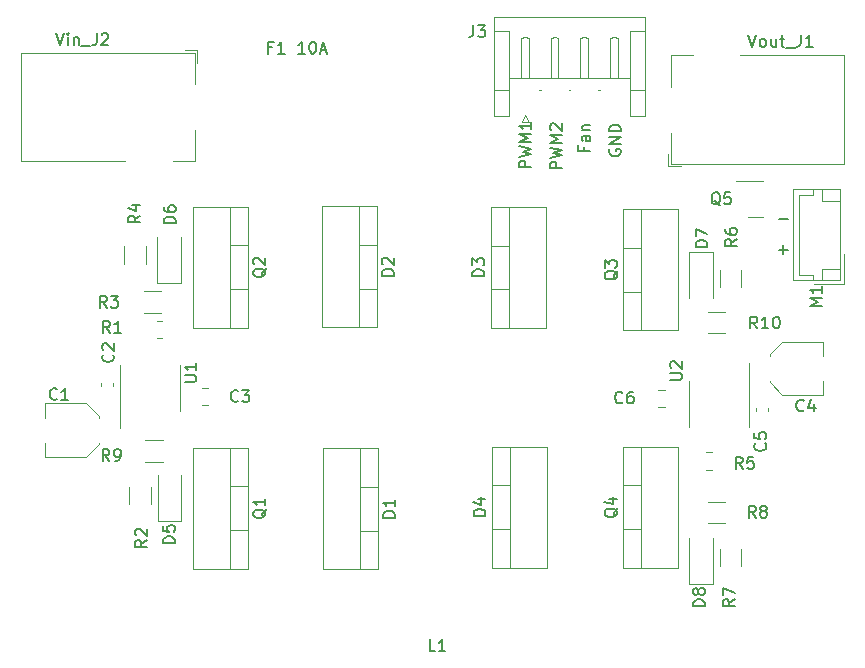
<source format=gbr>
%TF.GenerationSoftware,KiCad,Pcbnew,(6.0.1)*%
%TF.CreationDate,2022-05-20T18:23:43-05:00*%
%TF.ProjectId,BookSensitizer,426f6f6b-5365-46e7-9369-74697a65722e,rev?*%
%TF.SameCoordinates,Original*%
%TF.FileFunction,Legend,Top*%
%TF.FilePolarity,Positive*%
%FSLAX46Y46*%
G04 Gerber Fmt 4.6, Leading zero omitted, Abs format (unit mm)*
G04 Created by KiCad (PCBNEW (6.0.1)) date 2022-05-20 18:23:43*
%MOMM*%
%LPD*%
G01*
G04 APERTURE LIST*
%ADD10C,0.150000*%
%ADD11C,0.120000*%
G04 APERTURE END LIST*
D10*
X100911800Y-56715904D02*
X100864180Y-56811142D01*
X100864180Y-56954000D01*
X100911800Y-57096857D01*
X101007038Y-57192095D01*
X101102276Y-57239714D01*
X101292752Y-57287333D01*
X101435609Y-57287333D01*
X101626085Y-57239714D01*
X101721323Y-57192095D01*
X101816561Y-57096857D01*
X101864180Y-56954000D01*
X101864180Y-56858761D01*
X101816561Y-56715904D01*
X101768942Y-56668285D01*
X101435609Y-56668285D01*
X101435609Y-56858761D01*
X101864180Y-56239714D02*
X100864180Y-56239714D01*
X101864180Y-55668285D01*
X100864180Y-55668285D01*
X101864180Y-55192095D02*
X100864180Y-55192095D01*
X100864180Y-54954000D01*
X100911800Y-54811142D01*
X101007038Y-54715904D01*
X101102276Y-54668285D01*
X101292752Y-54620666D01*
X101435609Y-54620666D01*
X101626085Y-54668285D01*
X101721323Y-54715904D01*
X101816561Y-54811142D01*
X101864180Y-54954000D01*
X101864180Y-55192095D01*
X98740371Y-56515904D02*
X98740371Y-56849238D01*
X99264180Y-56849238D02*
X98264180Y-56849238D01*
X98264180Y-56373047D01*
X99264180Y-55563523D02*
X98740371Y-55563523D01*
X98645133Y-55611142D01*
X98597514Y-55706380D01*
X98597514Y-55896857D01*
X98645133Y-55992095D01*
X99216561Y-55563523D02*
X99264180Y-55658761D01*
X99264180Y-55896857D01*
X99216561Y-55992095D01*
X99121323Y-56039714D01*
X99026085Y-56039714D01*
X98930847Y-55992095D01*
X98883228Y-55896857D01*
X98883228Y-55658761D01*
X98835609Y-55563523D01*
X98597514Y-55087333D02*
X99264180Y-55087333D01*
X98692752Y-55087333D02*
X98645133Y-55039714D01*
X98597514Y-54944476D01*
X98597514Y-54801619D01*
X98645133Y-54706380D01*
X98740371Y-54658761D01*
X99264180Y-54658761D01*
X115230847Y-62625428D02*
X115992752Y-62625428D01*
X96864180Y-58334952D02*
X95864180Y-58334952D01*
X95864180Y-57954000D01*
X95911800Y-57858761D01*
X95959419Y-57811142D01*
X96054657Y-57763523D01*
X96197514Y-57763523D01*
X96292752Y-57811142D01*
X96340371Y-57858761D01*
X96387990Y-57954000D01*
X96387990Y-58334952D01*
X95864180Y-57430190D02*
X96864180Y-57192095D01*
X96149895Y-57001619D01*
X96864180Y-56811142D01*
X95864180Y-56573047D01*
X96864180Y-56192095D02*
X95864180Y-56192095D01*
X96578466Y-55858761D01*
X95864180Y-55525428D01*
X96864180Y-55525428D01*
X95959419Y-55096857D02*
X95911800Y-55049238D01*
X95864180Y-54954000D01*
X95864180Y-54715904D01*
X95911800Y-54620666D01*
X95959419Y-54573047D01*
X96054657Y-54525428D01*
X96149895Y-54525428D01*
X96292752Y-54573047D01*
X96864180Y-55144476D01*
X96864180Y-54525428D01*
X115230847Y-65225428D02*
X115992752Y-65225428D01*
X115611800Y-65606380D02*
X115611800Y-64844476D01*
X94264180Y-58234952D02*
X93264180Y-58234952D01*
X93264180Y-57854000D01*
X93311800Y-57758761D01*
X93359419Y-57711142D01*
X93454657Y-57663523D01*
X93597514Y-57663523D01*
X93692752Y-57711142D01*
X93740371Y-57758761D01*
X93787990Y-57854000D01*
X93787990Y-58234952D01*
X93264180Y-57330190D02*
X94264180Y-57092095D01*
X93549895Y-56901619D01*
X94264180Y-56711142D01*
X93264180Y-56473047D01*
X94264180Y-56092095D02*
X93264180Y-56092095D01*
X93978466Y-55758761D01*
X93264180Y-55425428D01*
X94264180Y-55425428D01*
X94264180Y-54425428D02*
X94264180Y-54996857D01*
X94264180Y-54711142D02*
X93264180Y-54711142D01*
X93407038Y-54806380D01*
X93502276Y-54901619D01*
X93549895Y-54996857D01*
%TO.C,D1*%
X82734180Y-87902095D02*
X81734180Y-87902095D01*
X81734180Y-87664000D01*
X81781800Y-87521142D01*
X81877038Y-87425904D01*
X81972276Y-87378285D01*
X82162752Y-87330666D01*
X82305609Y-87330666D01*
X82496085Y-87378285D01*
X82591323Y-87425904D01*
X82686561Y-87521142D01*
X82734180Y-87664000D01*
X82734180Y-87902095D01*
X82734180Y-86378285D02*
X82734180Y-86949714D01*
X82734180Y-86664000D02*
X81734180Y-86664000D01*
X81877038Y-86759238D01*
X81972276Y-86854476D01*
X82019895Y-86949714D01*
%TO.C,C2*%
X58851742Y-74098466D02*
X58899361Y-74146085D01*
X58946980Y-74288942D01*
X58946980Y-74384180D01*
X58899361Y-74527038D01*
X58804123Y-74622276D01*
X58708885Y-74669895D01*
X58518409Y-74717514D01*
X58375552Y-74717514D01*
X58185076Y-74669895D01*
X58089838Y-74622276D01*
X57994600Y-74527038D01*
X57946980Y-74384180D01*
X57946980Y-74288942D01*
X57994600Y-74146085D01*
X58042219Y-74098466D01*
X58042219Y-73717514D02*
X57994600Y-73669895D01*
X57946980Y-73574657D01*
X57946980Y-73336561D01*
X57994600Y-73241323D01*
X58042219Y-73193704D01*
X58137457Y-73146085D01*
X58232695Y-73146085D01*
X58375552Y-73193704D01*
X58946980Y-73765133D01*
X58946980Y-73146085D01*
%TO.C,D8*%
X108989180Y-95392095D02*
X107989180Y-95392095D01*
X107989180Y-95154000D01*
X108036800Y-95011142D01*
X108132038Y-94915904D01*
X108227276Y-94868285D01*
X108417752Y-94820666D01*
X108560609Y-94820666D01*
X108751085Y-94868285D01*
X108846323Y-94915904D01*
X108941561Y-95011142D01*
X108989180Y-95154000D01*
X108989180Y-95392095D01*
X108417752Y-94249238D02*
X108370133Y-94344476D01*
X108322514Y-94392095D01*
X108227276Y-94439714D01*
X108179657Y-94439714D01*
X108084419Y-94392095D01*
X108036800Y-94344476D01*
X107989180Y-94249238D01*
X107989180Y-94058761D01*
X108036800Y-93963523D01*
X108084419Y-93915904D01*
X108179657Y-93868285D01*
X108227276Y-93868285D01*
X108322514Y-93915904D01*
X108370133Y-93963523D01*
X108417752Y-94058761D01*
X108417752Y-94249238D01*
X108465371Y-94344476D01*
X108512990Y-94392095D01*
X108608228Y-94439714D01*
X108798704Y-94439714D01*
X108893942Y-94392095D01*
X108941561Y-94344476D01*
X108989180Y-94249238D01*
X108989180Y-94058761D01*
X108941561Y-93963523D01*
X108893942Y-93915904D01*
X108798704Y-93868285D01*
X108608228Y-93868285D01*
X108512990Y-93915904D01*
X108465371Y-93963523D01*
X108417752Y-94058761D01*
%TO.C,U2*%
X106037180Y-76236704D02*
X106846704Y-76236704D01*
X106941942Y-76189085D01*
X106989561Y-76141466D01*
X107037180Y-76046228D01*
X107037180Y-75855752D01*
X106989561Y-75760514D01*
X106941942Y-75712895D01*
X106846704Y-75665276D01*
X106037180Y-75665276D01*
X106132419Y-75236704D02*
X106084800Y-75189085D01*
X106037180Y-75093847D01*
X106037180Y-74855752D01*
X106084800Y-74760514D01*
X106132419Y-74712895D01*
X106227657Y-74665276D01*
X106322895Y-74665276D01*
X106465752Y-74712895D01*
X107037180Y-75284323D01*
X107037180Y-74665276D01*
%TO.C,D6*%
X64164180Y-62992095D02*
X63164180Y-62992095D01*
X63164180Y-62754000D01*
X63211800Y-62611142D01*
X63307038Y-62515904D01*
X63402276Y-62468285D01*
X63592752Y-62420666D01*
X63735609Y-62420666D01*
X63926085Y-62468285D01*
X64021323Y-62515904D01*
X64116561Y-62611142D01*
X64164180Y-62754000D01*
X64164180Y-62992095D01*
X63164180Y-61563523D02*
X63164180Y-61754000D01*
X63211800Y-61849238D01*
X63259419Y-61896857D01*
X63402276Y-61992095D01*
X63592752Y-62039714D01*
X63973704Y-62039714D01*
X64068942Y-61992095D01*
X64116561Y-61944476D01*
X64164180Y-61849238D01*
X64164180Y-61658761D01*
X64116561Y-61563523D01*
X64068942Y-61515904D01*
X63973704Y-61468285D01*
X63735609Y-61468285D01*
X63640371Y-61515904D01*
X63592752Y-61563523D01*
X63545133Y-61658761D01*
X63545133Y-61849238D01*
X63592752Y-61944476D01*
X63640371Y-61992095D01*
X63735609Y-62039714D01*
%TO.C,Vout_J1*%
X112667295Y-47034680D02*
X113000628Y-48034680D01*
X113333961Y-47034680D01*
X113810152Y-48034680D02*
X113714914Y-47987061D01*
X113667295Y-47939442D01*
X113619676Y-47844204D01*
X113619676Y-47558490D01*
X113667295Y-47463252D01*
X113714914Y-47415633D01*
X113810152Y-47368014D01*
X113953009Y-47368014D01*
X114048247Y-47415633D01*
X114095866Y-47463252D01*
X114143485Y-47558490D01*
X114143485Y-47844204D01*
X114095866Y-47939442D01*
X114048247Y-47987061D01*
X113953009Y-48034680D01*
X113810152Y-48034680D01*
X115000628Y-47368014D02*
X115000628Y-48034680D01*
X114572057Y-47368014D02*
X114572057Y-47891823D01*
X114619676Y-47987061D01*
X114714914Y-48034680D01*
X114857771Y-48034680D01*
X114953009Y-47987061D01*
X115000628Y-47939442D01*
X115333961Y-47368014D02*
X115714914Y-47368014D01*
X115476819Y-47034680D02*
X115476819Y-47891823D01*
X115524438Y-47987061D01*
X115619676Y-48034680D01*
X115714914Y-48034680D01*
X115810152Y-48129919D02*
X116572057Y-48129919D01*
X117095866Y-47034680D02*
X117095866Y-47748966D01*
X117048247Y-47891823D01*
X116953009Y-47987061D01*
X116810152Y-48034680D01*
X116714914Y-48034680D01*
X118095866Y-48034680D02*
X117524438Y-48034680D01*
X117810152Y-48034680D02*
X117810152Y-47034680D01*
X117714914Y-47177538D01*
X117619676Y-47272776D01*
X117524438Y-47320395D01*
%TO.C,Q1*%
X71829419Y-87189238D02*
X71781800Y-87284476D01*
X71686561Y-87379714D01*
X71543704Y-87522571D01*
X71496085Y-87617809D01*
X71496085Y-87713047D01*
X71734180Y-87665428D02*
X71686561Y-87760666D01*
X71591323Y-87855904D01*
X71400847Y-87903523D01*
X71067514Y-87903523D01*
X70877038Y-87855904D01*
X70781800Y-87760666D01*
X70734180Y-87665428D01*
X70734180Y-87474952D01*
X70781800Y-87379714D01*
X70877038Y-87284476D01*
X71067514Y-87236857D01*
X71400847Y-87236857D01*
X71591323Y-87284476D01*
X71686561Y-87379714D01*
X71734180Y-87474952D01*
X71734180Y-87665428D01*
X71734180Y-86284476D02*
X71734180Y-86855904D01*
X71734180Y-86570190D02*
X70734180Y-86570190D01*
X70877038Y-86665428D01*
X70972276Y-86760666D01*
X71019895Y-86855904D01*
%TO.C,R6*%
X111689180Y-64320666D02*
X111212990Y-64654000D01*
X111689180Y-64892095D02*
X110689180Y-64892095D01*
X110689180Y-64511142D01*
X110736800Y-64415904D01*
X110784419Y-64368285D01*
X110879657Y-64320666D01*
X111022514Y-64320666D01*
X111117752Y-64368285D01*
X111165371Y-64415904D01*
X111212990Y-64511142D01*
X111212990Y-64892095D01*
X110689180Y-63463523D02*
X110689180Y-63654000D01*
X110736800Y-63749238D01*
X110784419Y-63796857D01*
X110927276Y-63892095D01*
X111117752Y-63939714D01*
X111498704Y-63939714D01*
X111593942Y-63892095D01*
X111641561Y-63844476D01*
X111689180Y-63749238D01*
X111689180Y-63558761D01*
X111641561Y-63463523D01*
X111593942Y-63415904D01*
X111498704Y-63368285D01*
X111260609Y-63368285D01*
X111165371Y-63415904D01*
X111117752Y-63463523D01*
X111070133Y-63558761D01*
X111070133Y-63749238D01*
X111117752Y-63844476D01*
X111165371Y-63892095D01*
X111260609Y-63939714D01*
%TO.C,Q4*%
X101589419Y-87109238D02*
X101541800Y-87204476D01*
X101446561Y-87299714D01*
X101303704Y-87442571D01*
X101256085Y-87537809D01*
X101256085Y-87633047D01*
X101494180Y-87585428D02*
X101446561Y-87680666D01*
X101351323Y-87775904D01*
X101160847Y-87823523D01*
X100827514Y-87823523D01*
X100637038Y-87775904D01*
X100541800Y-87680666D01*
X100494180Y-87585428D01*
X100494180Y-87394952D01*
X100541800Y-87299714D01*
X100637038Y-87204476D01*
X100827514Y-87156857D01*
X101160847Y-87156857D01*
X101351323Y-87204476D01*
X101446561Y-87299714D01*
X101494180Y-87394952D01*
X101494180Y-87585428D01*
X100827514Y-86299714D02*
X101494180Y-86299714D01*
X100446561Y-86537809D02*
X101160847Y-86775904D01*
X101160847Y-86156857D01*
%TO.C,R5*%
X112170133Y-83761180D02*
X111836800Y-83284990D01*
X111598704Y-83761180D02*
X111598704Y-82761180D01*
X111979657Y-82761180D01*
X112074895Y-82808800D01*
X112122514Y-82856419D01*
X112170133Y-82951657D01*
X112170133Y-83094514D01*
X112122514Y-83189752D01*
X112074895Y-83237371D01*
X111979657Y-83284990D01*
X111598704Y-83284990D01*
X113074895Y-82761180D02*
X112598704Y-82761180D01*
X112551085Y-83237371D01*
X112598704Y-83189752D01*
X112693942Y-83142133D01*
X112932038Y-83142133D01*
X113027276Y-83189752D01*
X113074895Y-83237371D01*
X113122514Y-83332609D01*
X113122514Y-83570704D01*
X113074895Y-83665942D01*
X113027276Y-83713561D01*
X112932038Y-83761180D01*
X112693942Y-83761180D01*
X112598704Y-83713561D01*
X112551085Y-83665942D01*
%TO.C,Vin_J2*%
X54049895Y-46899580D02*
X54383228Y-47899580D01*
X54716561Y-46899580D01*
X55049895Y-47899580D02*
X55049895Y-47232914D01*
X55049895Y-46899580D02*
X55002276Y-46947200D01*
X55049895Y-46994819D01*
X55097514Y-46947200D01*
X55049895Y-46899580D01*
X55049895Y-46994819D01*
X55526085Y-47232914D02*
X55526085Y-47899580D01*
X55526085Y-47328152D02*
X55573704Y-47280533D01*
X55668942Y-47232914D01*
X55811800Y-47232914D01*
X55907038Y-47280533D01*
X55954657Y-47375771D01*
X55954657Y-47899580D01*
X56192752Y-47994819D02*
X56954657Y-47994819D01*
X57478466Y-46899580D02*
X57478466Y-47613866D01*
X57430847Y-47756723D01*
X57335609Y-47851961D01*
X57192752Y-47899580D01*
X57097514Y-47899580D01*
X57907038Y-46994819D02*
X57954657Y-46947200D01*
X58049895Y-46899580D01*
X58287990Y-46899580D01*
X58383228Y-46947200D01*
X58430847Y-46994819D01*
X58478466Y-47090057D01*
X58478466Y-47185295D01*
X58430847Y-47328152D01*
X57859419Y-47899580D01*
X58478466Y-47899580D01*
%TO.C,R9*%
X58558133Y-83103980D02*
X58224800Y-82627790D01*
X57986704Y-83103980D02*
X57986704Y-82103980D01*
X58367657Y-82103980D01*
X58462895Y-82151600D01*
X58510514Y-82199219D01*
X58558133Y-82294457D01*
X58558133Y-82437314D01*
X58510514Y-82532552D01*
X58462895Y-82580171D01*
X58367657Y-82627790D01*
X57986704Y-82627790D01*
X59034323Y-83103980D02*
X59224800Y-83103980D01*
X59320038Y-83056361D01*
X59367657Y-83008742D01*
X59462895Y-82865885D01*
X59510514Y-82675409D01*
X59510514Y-82294457D01*
X59462895Y-82199219D01*
X59415276Y-82151600D01*
X59320038Y-82103980D01*
X59129561Y-82103980D01*
X59034323Y-82151600D01*
X58986704Y-82199219D01*
X58939085Y-82294457D01*
X58939085Y-82532552D01*
X58986704Y-82627790D01*
X59034323Y-82675409D01*
X59129561Y-82723028D01*
X59320038Y-82723028D01*
X59415276Y-82675409D01*
X59462895Y-82627790D01*
X59510514Y-82532552D01*
%TO.C,D7*%
X109189180Y-64992095D02*
X108189180Y-64992095D01*
X108189180Y-64754000D01*
X108236800Y-64611142D01*
X108332038Y-64515904D01*
X108427276Y-64468285D01*
X108617752Y-64420666D01*
X108760609Y-64420666D01*
X108951085Y-64468285D01*
X109046323Y-64515904D01*
X109141561Y-64611142D01*
X109189180Y-64754000D01*
X109189180Y-64992095D01*
X108189180Y-64087333D02*
X108189180Y-63420666D01*
X109189180Y-63849238D01*
%TO.C,R3*%
X58345133Y-70106380D02*
X58011800Y-69630190D01*
X57773704Y-70106380D02*
X57773704Y-69106380D01*
X58154657Y-69106380D01*
X58249895Y-69154000D01*
X58297514Y-69201619D01*
X58345133Y-69296857D01*
X58345133Y-69439714D01*
X58297514Y-69534952D01*
X58249895Y-69582571D01*
X58154657Y-69630190D01*
X57773704Y-69630190D01*
X58678466Y-69106380D02*
X59297514Y-69106380D01*
X58964180Y-69487333D01*
X59107038Y-69487333D01*
X59202276Y-69534952D01*
X59249895Y-69582571D01*
X59297514Y-69677809D01*
X59297514Y-69915904D01*
X59249895Y-70011142D01*
X59202276Y-70058761D01*
X59107038Y-70106380D01*
X58821323Y-70106380D01*
X58726085Y-70058761D01*
X58678466Y-70011142D01*
%TO.C,M1*%
X118874180Y-69963523D02*
X117874180Y-69963523D01*
X118588466Y-69630190D01*
X117874180Y-69296857D01*
X118874180Y-69296857D01*
X118874180Y-68296857D02*
X118874180Y-68868285D01*
X118874180Y-68582571D02*
X117874180Y-68582571D01*
X118017038Y-68677809D01*
X118112276Y-68773047D01*
X118159895Y-68868285D01*
%TO.C,D2*%
X82634180Y-67402095D02*
X81634180Y-67402095D01*
X81634180Y-67164000D01*
X81681800Y-67021142D01*
X81777038Y-66925904D01*
X81872276Y-66878285D01*
X82062752Y-66830666D01*
X82205609Y-66830666D01*
X82396085Y-66878285D01*
X82491323Y-66925904D01*
X82586561Y-67021142D01*
X82634180Y-67164000D01*
X82634180Y-67402095D01*
X81729419Y-66449714D02*
X81681800Y-66402095D01*
X81634180Y-66306857D01*
X81634180Y-66068761D01*
X81681800Y-65973523D01*
X81729419Y-65925904D01*
X81824657Y-65878285D01*
X81919895Y-65878285D01*
X82062752Y-65925904D01*
X82634180Y-66497333D01*
X82634180Y-65878285D01*
%TO.C,C5*%
X114068942Y-81620666D02*
X114116561Y-81668285D01*
X114164180Y-81811142D01*
X114164180Y-81906380D01*
X114116561Y-82049238D01*
X114021323Y-82144476D01*
X113926085Y-82192095D01*
X113735609Y-82239714D01*
X113592752Y-82239714D01*
X113402276Y-82192095D01*
X113307038Y-82144476D01*
X113211800Y-82049238D01*
X113164180Y-81906380D01*
X113164180Y-81811142D01*
X113211800Y-81668285D01*
X113259419Y-81620666D01*
X113164180Y-80715904D02*
X113164180Y-81192095D01*
X113640371Y-81239714D01*
X113592752Y-81192095D01*
X113545133Y-81096857D01*
X113545133Y-80858761D01*
X113592752Y-80763523D01*
X113640371Y-80715904D01*
X113735609Y-80668285D01*
X113973704Y-80668285D01*
X114068942Y-80715904D01*
X114116561Y-80763523D01*
X114164180Y-80858761D01*
X114164180Y-81096857D01*
X114116561Y-81192095D01*
X114068942Y-81239714D01*
%TO.C,C3*%
X69454733Y-78004942D02*
X69407114Y-78052561D01*
X69264257Y-78100180D01*
X69169019Y-78100180D01*
X69026161Y-78052561D01*
X68930923Y-77957323D01*
X68883304Y-77862085D01*
X68835685Y-77671609D01*
X68835685Y-77528752D01*
X68883304Y-77338276D01*
X68930923Y-77243038D01*
X69026161Y-77147800D01*
X69169019Y-77100180D01*
X69264257Y-77100180D01*
X69407114Y-77147800D01*
X69454733Y-77195419D01*
X69788066Y-77100180D02*
X70407114Y-77100180D01*
X70073780Y-77481133D01*
X70216638Y-77481133D01*
X70311876Y-77528752D01*
X70359495Y-77576371D01*
X70407114Y-77671609D01*
X70407114Y-77909704D01*
X70359495Y-78004942D01*
X70311876Y-78052561D01*
X70216638Y-78100180D01*
X69930923Y-78100180D01*
X69835685Y-78052561D01*
X69788066Y-78004942D01*
%TO.C,R2*%
X61739580Y-89788466D02*
X61263390Y-90121800D01*
X61739580Y-90359895D02*
X60739580Y-90359895D01*
X60739580Y-89978942D01*
X60787200Y-89883704D01*
X60834819Y-89836085D01*
X60930057Y-89788466D01*
X61072914Y-89788466D01*
X61168152Y-89836085D01*
X61215771Y-89883704D01*
X61263390Y-89978942D01*
X61263390Y-90359895D01*
X60834819Y-89407514D02*
X60787200Y-89359895D01*
X60739580Y-89264657D01*
X60739580Y-89026561D01*
X60787200Y-88931323D01*
X60834819Y-88883704D01*
X60930057Y-88836085D01*
X61025295Y-88836085D01*
X61168152Y-88883704D01*
X61739580Y-89455133D01*
X61739580Y-88836085D01*
%TO.C,Q2*%
X71829419Y-66789238D02*
X71781800Y-66884476D01*
X71686561Y-66979714D01*
X71543704Y-67122571D01*
X71496085Y-67217809D01*
X71496085Y-67313047D01*
X71734180Y-67265428D02*
X71686561Y-67360666D01*
X71591323Y-67455904D01*
X71400847Y-67503523D01*
X71067514Y-67503523D01*
X70877038Y-67455904D01*
X70781800Y-67360666D01*
X70734180Y-67265428D01*
X70734180Y-67074952D01*
X70781800Y-66979714D01*
X70877038Y-66884476D01*
X71067514Y-66836857D01*
X71400847Y-66836857D01*
X71591323Y-66884476D01*
X71686561Y-66979714D01*
X71734180Y-67074952D01*
X71734180Y-67265428D01*
X70829419Y-66455904D02*
X70781800Y-66408285D01*
X70734180Y-66313047D01*
X70734180Y-66074952D01*
X70781800Y-65979714D01*
X70829419Y-65932095D01*
X70924657Y-65884476D01*
X71019895Y-65884476D01*
X71162752Y-65932095D01*
X71734180Y-66503523D01*
X71734180Y-65884476D01*
%TO.C,Q5*%
X110286561Y-61461619D02*
X110191323Y-61414000D01*
X110096085Y-61318761D01*
X109953228Y-61175904D01*
X109857990Y-61128285D01*
X109762752Y-61128285D01*
X109810371Y-61366380D02*
X109715133Y-61318761D01*
X109619895Y-61223523D01*
X109572276Y-61033047D01*
X109572276Y-60699714D01*
X109619895Y-60509238D01*
X109715133Y-60414000D01*
X109810371Y-60366380D01*
X110000847Y-60366380D01*
X110096085Y-60414000D01*
X110191323Y-60509238D01*
X110238942Y-60699714D01*
X110238942Y-61033047D01*
X110191323Y-61223523D01*
X110096085Y-61318761D01*
X110000847Y-61366380D01*
X109810371Y-61366380D01*
X111143704Y-60366380D02*
X110667514Y-60366380D01*
X110619895Y-60842571D01*
X110667514Y-60794952D01*
X110762752Y-60747333D01*
X111000847Y-60747333D01*
X111096085Y-60794952D01*
X111143704Y-60842571D01*
X111191323Y-60937809D01*
X111191323Y-61175904D01*
X111143704Y-61271142D01*
X111096085Y-61318761D01*
X111000847Y-61366380D01*
X110762752Y-61366380D01*
X110667514Y-61318761D01*
X110619895Y-61271142D01*
%TO.C,D4*%
X90394180Y-87752095D02*
X89394180Y-87752095D01*
X89394180Y-87514000D01*
X89441800Y-87371142D01*
X89537038Y-87275904D01*
X89632276Y-87228285D01*
X89822752Y-87180666D01*
X89965609Y-87180666D01*
X90156085Y-87228285D01*
X90251323Y-87275904D01*
X90346561Y-87371142D01*
X90394180Y-87514000D01*
X90394180Y-87752095D01*
X89727514Y-86323523D02*
X90394180Y-86323523D01*
X89346561Y-86561619D02*
X90060847Y-86799714D01*
X90060847Y-86180666D01*
%TO.C,D3*%
X90294180Y-67452095D02*
X89294180Y-67452095D01*
X89294180Y-67214000D01*
X89341800Y-67071142D01*
X89437038Y-66975904D01*
X89532276Y-66928285D01*
X89722752Y-66880666D01*
X89865609Y-66880666D01*
X90056085Y-66928285D01*
X90151323Y-66975904D01*
X90246561Y-67071142D01*
X90294180Y-67214000D01*
X90294180Y-67452095D01*
X89294180Y-66547333D02*
X89294180Y-65928285D01*
X89675133Y-66261619D01*
X89675133Y-66118761D01*
X89722752Y-66023523D01*
X89770371Y-65975904D01*
X89865609Y-65928285D01*
X90103704Y-65928285D01*
X90198942Y-65975904D01*
X90246561Y-66023523D01*
X90294180Y-66118761D01*
X90294180Y-66404476D01*
X90246561Y-66499714D01*
X90198942Y-66547333D01*
%TO.C,C6*%
X101992133Y-78131942D02*
X101944514Y-78179561D01*
X101801657Y-78227180D01*
X101706419Y-78227180D01*
X101563561Y-78179561D01*
X101468323Y-78084323D01*
X101420704Y-77989085D01*
X101373085Y-77798609D01*
X101373085Y-77655752D01*
X101420704Y-77465276D01*
X101468323Y-77370038D01*
X101563561Y-77274800D01*
X101706419Y-77227180D01*
X101801657Y-77227180D01*
X101944514Y-77274800D01*
X101992133Y-77322419D01*
X102849276Y-77227180D02*
X102658800Y-77227180D01*
X102563561Y-77274800D01*
X102515942Y-77322419D01*
X102420704Y-77465276D01*
X102373085Y-77655752D01*
X102373085Y-78036704D01*
X102420704Y-78131942D01*
X102468323Y-78179561D01*
X102563561Y-78227180D01*
X102754038Y-78227180D01*
X102849276Y-78179561D01*
X102896895Y-78131942D01*
X102944514Y-78036704D01*
X102944514Y-77798609D01*
X102896895Y-77703371D01*
X102849276Y-77655752D01*
X102754038Y-77608133D01*
X102563561Y-77608133D01*
X102468323Y-77655752D01*
X102420704Y-77703371D01*
X102373085Y-77798609D01*
%TO.C,R10*%
X113403142Y-71877180D02*
X113069809Y-71400990D01*
X112831714Y-71877180D02*
X112831714Y-70877180D01*
X113212666Y-70877180D01*
X113307904Y-70924800D01*
X113355523Y-70972419D01*
X113403142Y-71067657D01*
X113403142Y-71210514D01*
X113355523Y-71305752D01*
X113307904Y-71353371D01*
X113212666Y-71400990D01*
X112831714Y-71400990D01*
X114355523Y-71877180D02*
X113784095Y-71877180D01*
X114069809Y-71877180D02*
X114069809Y-70877180D01*
X113974571Y-71020038D01*
X113879333Y-71115276D01*
X113784095Y-71162895D01*
X114974571Y-70877180D02*
X115069809Y-70877180D01*
X115165047Y-70924800D01*
X115212666Y-70972419D01*
X115260285Y-71067657D01*
X115307904Y-71258133D01*
X115307904Y-71496228D01*
X115260285Y-71686704D01*
X115212666Y-71781942D01*
X115165047Y-71829561D01*
X115069809Y-71877180D01*
X114974571Y-71877180D01*
X114879333Y-71829561D01*
X114831714Y-71781942D01*
X114784095Y-71686704D01*
X114736476Y-71496228D01*
X114736476Y-71258133D01*
X114784095Y-71067657D01*
X114831714Y-70972419D01*
X114879333Y-70924800D01*
X114974571Y-70877180D01*
%TO.C,R7*%
X111489180Y-94820666D02*
X111012990Y-95154000D01*
X111489180Y-95392095D02*
X110489180Y-95392095D01*
X110489180Y-95011142D01*
X110536800Y-94915904D01*
X110584419Y-94868285D01*
X110679657Y-94820666D01*
X110822514Y-94820666D01*
X110917752Y-94868285D01*
X110965371Y-94915904D01*
X111012990Y-95011142D01*
X111012990Y-95392095D01*
X110489180Y-94487333D02*
X110489180Y-93820666D01*
X111489180Y-94249238D01*
%TO.C,R4*%
X61164180Y-62320666D02*
X60687990Y-62654000D01*
X61164180Y-62892095D02*
X60164180Y-62892095D01*
X60164180Y-62511142D01*
X60211800Y-62415904D01*
X60259419Y-62368285D01*
X60354657Y-62320666D01*
X60497514Y-62320666D01*
X60592752Y-62368285D01*
X60640371Y-62415904D01*
X60687990Y-62511142D01*
X60687990Y-62892095D01*
X60497514Y-61463523D02*
X61164180Y-61463523D01*
X60116561Y-61701619D02*
X60830847Y-61939714D01*
X60830847Y-61320666D01*
%TO.C,F1 10A*%
X72352161Y-48086971D02*
X72018828Y-48086971D01*
X72018828Y-48610780D02*
X72018828Y-47610780D01*
X72495019Y-47610780D01*
X73399780Y-48610780D02*
X72828352Y-48610780D01*
X73114066Y-48610780D02*
X73114066Y-47610780D01*
X73018828Y-47753638D01*
X72923590Y-47848876D01*
X72828352Y-47896495D01*
X75114066Y-48610780D02*
X74542638Y-48610780D01*
X74828352Y-48610780D02*
X74828352Y-47610780D01*
X74733114Y-47753638D01*
X74637876Y-47848876D01*
X74542638Y-47896495D01*
X75733114Y-47610780D02*
X75828352Y-47610780D01*
X75923590Y-47658400D01*
X75971209Y-47706019D01*
X76018828Y-47801257D01*
X76066447Y-47991733D01*
X76066447Y-48229828D01*
X76018828Y-48420304D01*
X75971209Y-48515542D01*
X75923590Y-48563161D01*
X75828352Y-48610780D01*
X75733114Y-48610780D01*
X75637876Y-48563161D01*
X75590257Y-48515542D01*
X75542638Y-48420304D01*
X75495019Y-48229828D01*
X75495019Y-47991733D01*
X75542638Y-47801257D01*
X75590257Y-47706019D01*
X75637876Y-47658400D01*
X75733114Y-47610780D01*
X76447400Y-48325066D02*
X76923590Y-48325066D01*
X76352161Y-48610780D02*
X76685495Y-47610780D01*
X77018828Y-48610780D01*
%TO.C,R8*%
X113270133Y-87906380D02*
X112936800Y-87430190D01*
X112698704Y-87906380D02*
X112698704Y-86906380D01*
X113079657Y-86906380D01*
X113174895Y-86954000D01*
X113222514Y-87001619D01*
X113270133Y-87096857D01*
X113270133Y-87239714D01*
X113222514Y-87334952D01*
X113174895Y-87382571D01*
X113079657Y-87430190D01*
X112698704Y-87430190D01*
X113841561Y-87334952D02*
X113746323Y-87287333D01*
X113698704Y-87239714D01*
X113651085Y-87144476D01*
X113651085Y-87096857D01*
X113698704Y-87001619D01*
X113746323Y-86954000D01*
X113841561Y-86906380D01*
X114032038Y-86906380D01*
X114127276Y-86954000D01*
X114174895Y-87001619D01*
X114222514Y-87096857D01*
X114222514Y-87144476D01*
X114174895Y-87239714D01*
X114127276Y-87287333D01*
X114032038Y-87334952D01*
X113841561Y-87334952D01*
X113746323Y-87382571D01*
X113698704Y-87430190D01*
X113651085Y-87525428D01*
X113651085Y-87715904D01*
X113698704Y-87811142D01*
X113746323Y-87858761D01*
X113841561Y-87906380D01*
X114032038Y-87906380D01*
X114127276Y-87858761D01*
X114174895Y-87811142D01*
X114222514Y-87715904D01*
X114222514Y-87525428D01*
X114174895Y-87430190D01*
X114127276Y-87382571D01*
X114032038Y-87334952D01*
%TO.C,C1*%
X54116533Y-77843742D02*
X54068914Y-77891361D01*
X53926057Y-77938980D01*
X53830819Y-77938980D01*
X53687961Y-77891361D01*
X53592723Y-77796123D01*
X53545104Y-77700885D01*
X53497485Y-77510409D01*
X53497485Y-77367552D01*
X53545104Y-77177076D01*
X53592723Y-77081838D01*
X53687961Y-76986600D01*
X53830819Y-76938980D01*
X53926057Y-76938980D01*
X54068914Y-76986600D01*
X54116533Y-77034219D01*
X55068914Y-77938980D02*
X54497485Y-77938980D01*
X54783200Y-77938980D02*
X54783200Y-76938980D01*
X54687961Y-77081838D01*
X54592723Y-77177076D01*
X54497485Y-77224695D01*
%TO.C,R1*%
X58604133Y-72240180D02*
X58270800Y-71763990D01*
X58032704Y-72240180D02*
X58032704Y-71240180D01*
X58413657Y-71240180D01*
X58508895Y-71287800D01*
X58556514Y-71335419D01*
X58604133Y-71430657D01*
X58604133Y-71573514D01*
X58556514Y-71668752D01*
X58508895Y-71716371D01*
X58413657Y-71763990D01*
X58032704Y-71763990D01*
X59556514Y-72240180D02*
X58985085Y-72240180D01*
X59270800Y-72240180D02*
X59270800Y-71240180D01*
X59175561Y-71383038D01*
X59080323Y-71478276D01*
X58985085Y-71525895D01*
%TO.C,Q3*%
X101589419Y-67009238D02*
X101541800Y-67104476D01*
X101446561Y-67199714D01*
X101303704Y-67342571D01*
X101256085Y-67437809D01*
X101256085Y-67533047D01*
X101494180Y-67485428D02*
X101446561Y-67580666D01*
X101351323Y-67675904D01*
X101160847Y-67723523D01*
X100827514Y-67723523D01*
X100637038Y-67675904D01*
X100541800Y-67580666D01*
X100494180Y-67485428D01*
X100494180Y-67294952D01*
X100541800Y-67199714D01*
X100637038Y-67104476D01*
X100827514Y-67056857D01*
X101160847Y-67056857D01*
X101351323Y-67104476D01*
X101446561Y-67199714D01*
X101494180Y-67294952D01*
X101494180Y-67485428D01*
X100494180Y-66723523D02*
X100494180Y-66104476D01*
X100875133Y-66437809D01*
X100875133Y-66294952D01*
X100922752Y-66199714D01*
X100970371Y-66152095D01*
X101065609Y-66104476D01*
X101303704Y-66104476D01*
X101398942Y-66152095D01*
X101446561Y-66199714D01*
X101494180Y-66294952D01*
X101494180Y-66580666D01*
X101446561Y-66675904D01*
X101398942Y-66723523D01*
%TO.C,U1*%
X64933580Y-76403104D02*
X65743104Y-76403104D01*
X65838342Y-76355485D01*
X65885961Y-76307866D01*
X65933580Y-76212628D01*
X65933580Y-76022152D01*
X65885961Y-75926914D01*
X65838342Y-75879295D01*
X65743104Y-75831676D01*
X64933580Y-75831676D01*
X65933580Y-74831676D02*
X65933580Y-75403104D01*
X65933580Y-75117390D02*
X64933580Y-75117390D01*
X65076438Y-75212628D01*
X65171676Y-75307866D01*
X65219295Y-75403104D01*
%TO.C,C4*%
X117345133Y-78811142D02*
X117297514Y-78858761D01*
X117154657Y-78906380D01*
X117059419Y-78906380D01*
X116916561Y-78858761D01*
X116821323Y-78763523D01*
X116773704Y-78668285D01*
X116726085Y-78477809D01*
X116726085Y-78334952D01*
X116773704Y-78144476D01*
X116821323Y-78049238D01*
X116916561Y-77954000D01*
X117059419Y-77906380D01*
X117154657Y-77906380D01*
X117297514Y-77954000D01*
X117345133Y-78001619D01*
X118202276Y-78239714D02*
X118202276Y-78906380D01*
X117964180Y-77858761D02*
X117726085Y-78573047D01*
X118345133Y-78573047D01*
%TO.C,L1*%
X86145133Y-99206380D02*
X85668942Y-99206380D01*
X85668942Y-98206380D01*
X87002276Y-99206380D02*
X86430847Y-99206380D01*
X86716561Y-99206380D02*
X86716561Y-98206380D01*
X86621323Y-98349238D01*
X86526085Y-98444476D01*
X86430847Y-98492095D01*
%TO.C,D5*%
X64089580Y-90059895D02*
X63089580Y-90059895D01*
X63089580Y-89821800D01*
X63137200Y-89678942D01*
X63232438Y-89583704D01*
X63327676Y-89536085D01*
X63518152Y-89488466D01*
X63661009Y-89488466D01*
X63851485Y-89536085D01*
X63946723Y-89583704D01*
X64041961Y-89678942D01*
X64089580Y-89821800D01*
X64089580Y-90059895D01*
X63089580Y-88583704D02*
X63089580Y-89059895D01*
X63565771Y-89107514D01*
X63518152Y-89059895D01*
X63470533Y-88964657D01*
X63470533Y-88726561D01*
X63518152Y-88631323D01*
X63565771Y-88583704D01*
X63661009Y-88536085D01*
X63899104Y-88536085D01*
X63994342Y-88583704D01*
X64041961Y-88631323D01*
X64089580Y-88726561D01*
X64089580Y-88964657D01*
X64041961Y-89059895D01*
X63994342Y-89107514D01*
%TO.C,J3*%
X89378466Y-46206380D02*
X89378466Y-46920666D01*
X89330847Y-47063523D01*
X89235609Y-47158761D01*
X89092752Y-47206380D01*
X88997514Y-47206380D01*
X89759419Y-46206380D02*
X90378466Y-46206380D01*
X90045133Y-46587333D01*
X90187990Y-46587333D01*
X90283228Y-46634952D01*
X90330847Y-46682571D01*
X90378466Y-46777809D01*
X90378466Y-47015904D01*
X90330847Y-47111142D01*
X90283228Y-47158761D01*
X90187990Y-47206380D01*
X89902276Y-47206380D01*
X89807038Y-47158761D01*
X89759419Y-47111142D01*
D11*
%TO.C,D1*%
X79771800Y-82044000D02*
X79771800Y-92284000D01*
X81281800Y-82044000D02*
X81281800Y-92284000D01*
X81281800Y-82044000D02*
X76640800Y-82044000D01*
X81281800Y-85314000D02*
X79771800Y-85314000D01*
X76640800Y-82044000D02*
X76640800Y-92284000D01*
X81281800Y-92284000D02*
X76640800Y-92284000D01*
X81281800Y-89015000D02*
X79771800Y-89015000D01*
%TO.C,C2*%
X57884600Y-76778067D02*
X57884600Y-76485533D01*
X58904600Y-76778067D02*
X58904600Y-76485533D01*
%TO.C,D8*%
X107636800Y-93504000D02*
X107636800Y-89604000D01*
X107636800Y-93504000D02*
X109636800Y-93504000D01*
X109636800Y-93504000D02*
X109636800Y-89604000D01*
%TO.C,U2*%
X107599800Y-78282800D02*
X107599800Y-80232800D01*
X112719800Y-78282800D02*
X112719800Y-80232800D01*
X112719800Y-78282800D02*
X112719800Y-74832800D01*
X107599800Y-78282800D02*
X107599800Y-76332800D01*
%TO.C,D6*%
X64611800Y-68004000D02*
X64611800Y-64104000D01*
X62611800Y-68004000D02*
X62611800Y-64104000D01*
X62611800Y-68004000D02*
X64611800Y-68004000D01*
%TO.C,Vout_J1*%
X111979200Y-48732300D02*
X120779200Y-48732300D01*
X105879200Y-57082300D02*
X105879200Y-58132300D01*
X106079200Y-57932300D02*
X106079200Y-55332300D01*
X120779200Y-48732300D02*
X120779200Y-57932300D01*
X106929200Y-58132300D02*
X105879200Y-58132300D01*
X106079200Y-48732300D02*
X107979200Y-48732300D01*
X106079200Y-51432300D02*
X106079200Y-48732300D01*
X120779200Y-57932300D02*
X106079200Y-57932300D01*
%TO.C,Q1*%
X65640800Y-81974000D02*
X65640800Y-92214000D01*
X70281800Y-85244000D02*
X68771800Y-85244000D01*
X68771800Y-81974000D02*
X68771800Y-92214000D01*
X70281800Y-92214000D02*
X65640800Y-92214000D01*
X70281800Y-88945000D02*
X68771800Y-88945000D01*
X70281800Y-81974000D02*
X70281800Y-92214000D01*
X70281800Y-81974000D02*
X65640800Y-81974000D01*
%TO.C,R6*%
X110226800Y-68381064D02*
X110226800Y-66926936D01*
X112046800Y-68381064D02*
X112046800Y-66926936D01*
%TO.C,Q4*%
X102041800Y-85163000D02*
X103551800Y-85163000D01*
X102041800Y-81894000D02*
X106682800Y-81894000D01*
X102041800Y-88864000D02*
X103551800Y-88864000D01*
X102041800Y-92134000D02*
X106682800Y-92134000D01*
X106682800Y-92134000D02*
X106682800Y-81894000D01*
X103551800Y-92134000D02*
X103551800Y-81894000D01*
X102041800Y-92134000D02*
X102041800Y-81894000D01*
%TO.C,R5*%
X109084736Y-82373800D02*
X109538864Y-82373800D01*
X109084736Y-83843800D02*
X109538864Y-83843800D01*
%TO.C,Vin_J2*%
X66002600Y-49394500D02*
X66002600Y-48344500D01*
X51102600Y-57744500D02*
X51102600Y-48544500D01*
X64952600Y-48344500D02*
X66002600Y-48344500D01*
X65802600Y-55044500D02*
X65802600Y-57744500D01*
X65802600Y-48544500D02*
X65802600Y-51144500D01*
X59902600Y-57744500D02*
X51102600Y-57744500D01*
X51102600Y-48544500D02*
X65802600Y-48544500D01*
X65802600Y-57744500D02*
X63902600Y-57744500D01*
%TO.C,R9*%
X61604536Y-83155200D02*
X63058664Y-83155200D01*
X61604536Y-81335200D02*
X63058664Y-81335200D01*
%TO.C,D7*%
X109636800Y-65404000D02*
X107636800Y-65404000D01*
X109636800Y-65404000D02*
X109636800Y-69304000D01*
X107636800Y-65404000D02*
X107636800Y-69304000D01*
%TO.C,R3*%
X61484736Y-70564000D02*
X62938864Y-70564000D01*
X61484736Y-68744000D02*
X62938864Y-68744000D01*
%TO.C,M1*%
X118931800Y-67814000D02*
X118931800Y-66814000D01*
X116411800Y-60094000D02*
X116411800Y-67814000D01*
X120731800Y-68114000D02*
X120731800Y-65614000D01*
X116911800Y-67314000D02*
X116911800Y-60594000D01*
X118931800Y-60094000D02*
X118931800Y-61094000D01*
X120431800Y-60094000D02*
X116411800Y-60094000D01*
X118931800Y-66814000D02*
X120431800Y-66814000D01*
X116411800Y-67814000D02*
X120431800Y-67814000D01*
X118121800Y-60594000D02*
X118121800Y-60094000D01*
X118121800Y-67314000D02*
X116911800Y-67314000D01*
X118931800Y-61094000D02*
X120431800Y-61094000D01*
X120431800Y-67814000D02*
X120431800Y-60094000D01*
X118121800Y-67814000D02*
X118121800Y-67314000D01*
X118231800Y-68114000D02*
X120731800Y-68114000D01*
X116911800Y-60594000D02*
X118121800Y-60594000D01*
%TO.C,D2*%
X81181800Y-68515000D02*
X79671800Y-68515000D01*
X81181800Y-64814000D02*
X79671800Y-64814000D01*
X76540800Y-61544000D02*
X76540800Y-71784000D01*
X81181800Y-61544000D02*
X76540800Y-61544000D01*
X79671800Y-61544000D02*
X79671800Y-71784000D01*
X81181800Y-71784000D02*
X76540800Y-71784000D01*
X81181800Y-61544000D02*
X81181800Y-71784000D01*
%TO.C,C5*%
X114321800Y-78607733D02*
X114321800Y-78900267D01*
X113301800Y-78607733D02*
X113301800Y-78900267D01*
%TO.C,C3*%
X66413748Y-76887400D02*
X66936252Y-76887400D01*
X66413748Y-78357400D02*
X66936252Y-78357400D01*
%TO.C,R2*%
X60227200Y-85294736D02*
X60227200Y-86748864D01*
X62047200Y-85294736D02*
X62047200Y-86748864D01*
%TO.C,Q2*%
X68771800Y-61574000D02*
X68771800Y-71814000D01*
X70281800Y-68545000D02*
X68771800Y-68545000D01*
X70281800Y-71814000D02*
X65640800Y-71814000D01*
X70281800Y-61574000D02*
X65640800Y-61574000D01*
X70281800Y-64844000D02*
X68771800Y-64844000D01*
X65640800Y-61574000D02*
X65640800Y-71814000D01*
X70281800Y-61574000D02*
X70281800Y-71814000D01*
%TO.C,Q5*%
X113281800Y-59354000D02*
X113931800Y-59354000D01*
X113281800Y-59354000D02*
X111606800Y-59354000D01*
X113281800Y-62474000D02*
X112631800Y-62474000D01*
X113281800Y-62474000D02*
X113931800Y-62474000D01*
%TO.C,D4*%
X90941800Y-92134000D02*
X90941800Y-81894000D01*
X90941800Y-92134000D02*
X95582800Y-92134000D01*
X92451800Y-92134000D02*
X92451800Y-81894000D01*
X90941800Y-85163000D02*
X92451800Y-85163000D01*
X90941800Y-88864000D02*
X92451800Y-88864000D01*
X90941800Y-81894000D02*
X95582800Y-81894000D01*
X95582800Y-92134000D02*
X95582800Y-81894000D01*
%TO.C,D3*%
X90841800Y-71834000D02*
X90841800Y-61594000D01*
X90841800Y-61594000D02*
X95482800Y-61594000D01*
X90841800Y-71834000D02*
X95482800Y-71834000D01*
X95482800Y-71834000D02*
X95482800Y-61594000D01*
X90841800Y-68564000D02*
X92351800Y-68564000D01*
X90841800Y-64863000D02*
X92351800Y-64863000D01*
X92351800Y-71834000D02*
X92351800Y-61594000D01*
%TO.C,C6*%
X105569652Y-77090600D02*
X105047148Y-77090600D01*
X105569652Y-78560600D02*
X105047148Y-78560600D01*
%TO.C,R10*%
X110683664Y-72284000D02*
X109229536Y-72284000D01*
X110683664Y-70464000D02*
X109229536Y-70464000D01*
%TO.C,R7*%
X112046800Y-90526936D02*
X112046800Y-91981064D01*
X110226800Y-90526936D02*
X110226800Y-91981064D01*
%TO.C,R4*%
X59801800Y-66381064D02*
X59801800Y-64926936D01*
X61621800Y-66381064D02*
X61621800Y-64926936D01*
%TO.C,R8*%
X110663864Y-88364000D02*
X109209736Y-88364000D01*
X110663864Y-86544000D02*
X109209736Y-86544000D01*
%TO.C,C1*%
X57643200Y-79291037D02*
X56578763Y-78226600D01*
X57643200Y-81682163D02*
X57643200Y-81546600D01*
X56578763Y-82746600D02*
X53123200Y-82746600D01*
X57643200Y-81682163D02*
X56578763Y-82746600D01*
X53123200Y-78226600D02*
X53123200Y-79426600D01*
X57643200Y-79291037D02*
X57643200Y-79426600D01*
X53123200Y-82746600D02*
X53123200Y-81546600D01*
X56578763Y-78226600D02*
X53123200Y-78226600D01*
%TO.C,R1*%
X63010264Y-72721600D02*
X62556136Y-72721600D01*
X63010264Y-71251600D02*
X62556136Y-71251600D01*
%TO.C,Q3*%
X102041800Y-72034000D02*
X106682800Y-72034000D01*
X103551800Y-72034000D02*
X103551800Y-61794000D01*
X102041800Y-72034000D02*
X102041800Y-61794000D01*
X102041800Y-61794000D02*
X106682800Y-61794000D01*
X102041800Y-65063000D02*
X103551800Y-65063000D01*
X102041800Y-68764000D02*
X103551800Y-68764000D01*
X106682800Y-72034000D02*
X106682800Y-61794000D01*
%TO.C,U1*%
X59423200Y-76886600D02*
X59423200Y-80336600D01*
X64543200Y-76886600D02*
X64543200Y-78836600D01*
X64543200Y-76886600D02*
X64543200Y-74936600D01*
X59423200Y-76886600D02*
X59423200Y-74936600D01*
%TO.C,C4*%
X115516237Y-77514000D02*
X118971800Y-77514000D01*
X118971800Y-77514000D02*
X118971800Y-76314000D01*
X114451800Y-76449563D02*
X115516237Y-77514000D01*
X114451800Y-74058437D02*
X114451800Y-74194000D01*
X114451800Y-76449563D02*
X114451800Y-76314000D01*
X115516237Y-72994000D02*
X118971800Y-72994000D01*
X114451800Y-74058437D02*
X115516237Y-72994000D01*
X118971800Y-72994000D02*
X118971800Y-74194000D01*
%TO.C,D5*%
X62637200Y-88171800D02*
X64637200Y-88171800D01*
X62637200Y-88171800D02*
X62637200Y-84271800D01*
X64637200Y-88171800D02*
X64637200Y-84271800D01*
%TO.C,J3*%
X103871800Y-53896500D02*
X102651800Y-53896500D01*
X93761800Y-53786500D02*
X93461800Y-54386500D01*
X102651800Y-51696500D02*
X103871800Y-51696500D01*
X99081800Y-50696500D02*
X98761800Y-50696500D01*
X98761800Y-47196500D02*
X99081800Y-47276500D01*
X92371800Y-51696500D02*
X91151800Y-51696500D01*
X93761800Y-47196500D02*
X94081800Y-47276500D01*
X92371800Y-50696500D02*
X102651800Y-50696500D01*
X93761800Y-50696500D02*
X93441800Y-50696500D01*
X98441800Y-50696500D02*
X98441800Y-47276500D01*
X93441800Y-50696500D02*
X93441800Y-47276500D01*
X101261800Y-50696500D02*
X100941800Y-50696500D01*
X101581800Y-47276500D02*
X101581800Y-50696500D01*
X92371800Y-53896500D02*
X91151800Y-53896500D01*
X92371800Y-51696500D02*
X92371800Y-53896500D01*
X96261800Y-47196500D02*
X96581800Y-47276500D01*
X100941800Y-50696500D02*
X100941800Y-47276500D01*
X102651800Y-46696500D02*
X102651800Y-51696500D01*
X91151800Y-53896500D02*
X91151800Y-45476500D01*
X102651800Y-53896500D02*
X102651800Y-51696500D01*
X99081800Y-47276500D02*
X99081800Y-50696500D01*
X103871800Y-46696500D02*
X102651800Y-46696500D01*
X97431800Y-51696500D02*
X97591800Y-51696500D01*
X93441800Y-47276500D02*
X93761800Y-47196500D01*
X98761800Y-50696500D02*
X98441800Y-50696500D01*
X94931800Y-51696500D02*
X95091800Y-51696500D01*
X101261800Y-47196500D02*
X101581800Y-47276500D01*
X96581800Y-47276500D02*
X96581800Y-50696500D01*
X101581800Y-50696500D02*
X101261800Y-50696500D01*
X95941800Y-50696500D02*
X95941800Y-47276500D01*
X91151800Y-46696500D02*
X92371800Y-46696500D01*
X96261800Y-50696500D02*
X95941800Y-50696500D01*
X103871800Y-45476500D02*
X103871800Y-53896500D01*
X96581800Y-50696500D02*
X96261800Y-50696500D01*
X99931800Y-51696500D02*
X100091800Y-51696500D01*
X94081800Y-50696500D02*
X93761800Y-50696500D01*
X100941800Y-47276500D02*
X101261800Y-47196500D01*
X95941800Y-47276500D02*
X96261800Y-47196500D01*
X91151800Y-45476500D02*
X103871800Y-45476500D01*
X93461800Y-54386500D02*
X94061800Y-54386500D01*
X94061800Y-54386500D02*
X93761800Y-53786500D01*
X98441800Y-47276500D02*
X98761800Y-47196500D01*
X94081800Y-47276500D02*
X94081800Y-50696500D01*
X92371800Y-46696500D02*
X92371800Y-51696500D01*
%TD*%
M02*

</source>
